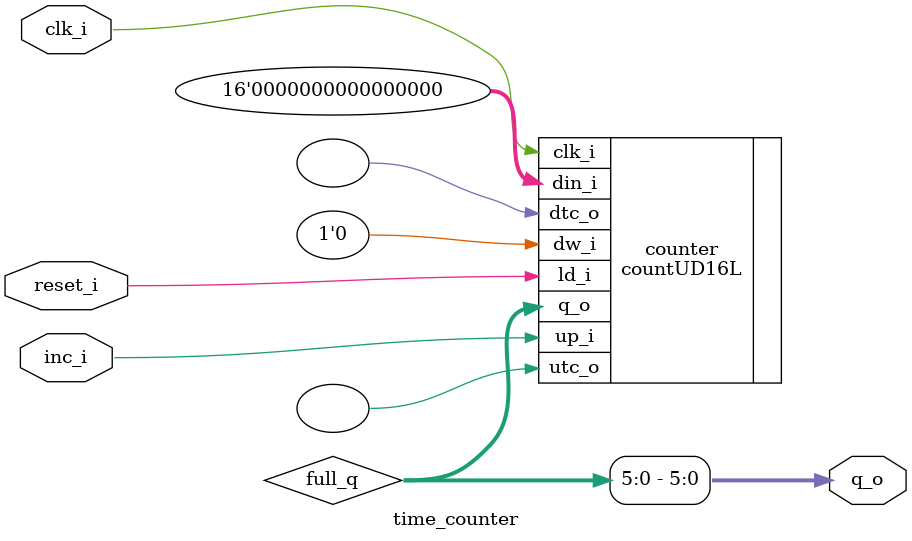
<source format=v>
`timescale 1ns / 1ps

module time_counter(
    input clk_i,
    input inc_i,
    input reset_i,
    output [5:0] q_o
);

    wire [15:0] full_q;
    
    countUD16L counter (
        .clk_i(clk_i),
        .up_i(inc_i),        
        .dw_i(1'b0),             
        .ld_i(reset_i),      
        .din_i(16'b0000000000000000),    
        .q_o(full_q),              
        .utc_o(),                  
        .dtc_o()                   
    );
    assign q_o = full_q[5:0];
    
endmodule

</source>
